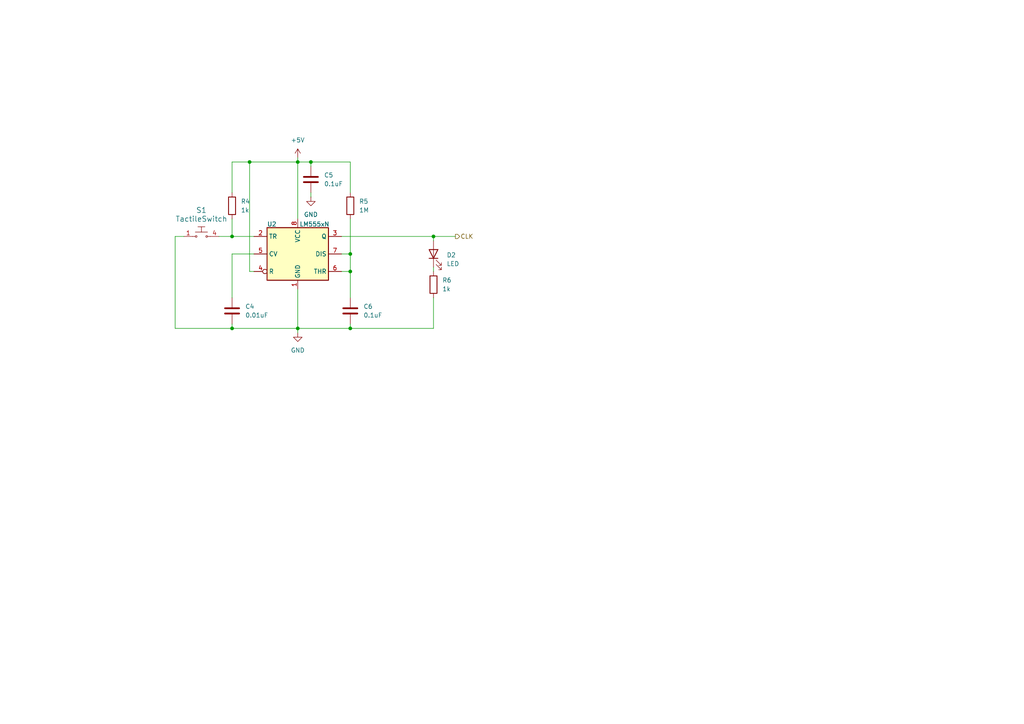
<source format=kicad_sch>
(kicad_sch
	(version 20231120)
	(generator "eeschema")
	(generator_version "8.0")
	(uuid "ba5818d6-82c4-4b7b-9f4c-6e0bf0d19d78")
	(paper "A4")
	(lib_symbols
		(symbol "8BitCPU:TactileSwitch"
			(pin_names
				(offset 1.016)
			)
			(exclude_from_sim no)
			(in_bom yes)
			(on_board yes)
			(property "Reference" "S1"
				(at 0 7.62 0)
				(effects
					(font
						(size 1.524 1.524)
					)
				)
			)
			(property "Value" "TactileSwitch"
				(at 0 5.08 0)
				(effects
					(font
						(size 1.524 1.524)
					)
				)
			)
			(property "Footprint" "_DownloadFootprints:tactile_switch"
				(at 5.08 5.08 0)
				(effects
					(font
						(size 1.524 1.524)
					)
					(justify left)
					(hide yes)
				)
			)
			(property "Datasheet" "https://omronfs.omron.com/en_US/ecb/products/pdf/en-b3u.pdf"
				(at 5.08 7.62 0)
				(effects
					(font
						(size 1.524 1.524)
					)
					(justify left)
					(hide yes)
				)
			)
			(property "Description" "SWITCH TACTILE SPST-NO 0.05A 12V"
				(at 0 0 0)
				(effects
					(font
						(size 1.27 1.27)
					)
					(hide yes)
				)
			)
			(property "Digi-Key_PN" "SW1020CT-ND"
				(at 5.08 10.16 0)
				(effects
					(font
						(size 1.524 1.524)
					)
					(justify left)
					(hide yes)
				)
			)
			(property "MPN" "B3U-1000P"
				(at 5.08 12.7 0)
				(effects
					(font
						(size 1.524 1.524)
					)
					(justify left)
					(hide yes)
				)
			)
			(property "Category" "Switches"
				(at 5.08 15.24 0)
				(effects
					(font
						(size 1.524 1.524)
					)
					(justify left)
					(hide yes)
				)
			)
			(property "Family" "Tactile Switches"
				(at 5.08 17.78 0)
				(effects
					(font
						(size 1.524 1.524)
					)
					(justify left)
					(hide yes)
				)
			)
			(property "DK_Datasheet_Link" "https://omronfs.omron.com/en_US/ecb/products/pdf/en-b3u.pdf"
				(at 5.08 20.32 0)
				(effects
					(font
						(size 1.524 1.524)
					)
					(justify left)
					(hide yes)
				)
			)
			(property "DK_Detail_Page" "/product-detail/en/omron-electronics-inc-emc-div/B3U-1000P/SW1020CT-ND/1534357"
				(at 5.08 22.86 0)
				(effects
					(font
						(size 1.524 1.524)
					)
					(justify left)
					(hide yes)
				)
			)
			(property "Description_1" "SWITCH TACTILE SPST-NO 0.05A 12V"
				(at 5.08 25.4 0)
				(effects
					(font
						(size 1.524 1.524)
					)
					(justify left)
					(hide yes)
				)
			)
			(property "Manufacturer" "Omron Electronics Inc-EMC Div"
				(at 5.08 27.94 0)
				(effects
					(font
						(size 1.524 1.524)
					)
					(justify left)
					(hide yes)
				)
			)
			(property "Status" "Active"
				(at 5.08 30.48 0)
				(effects
					(font
						(size 1.524 1.524)
					)
					(justify left)
					(hide yes)
				)
			)
			(property "ki_keywords" "SW1020CT-ND B3U"
				(at 0 0 0)
				(effects
					(font
						(size 1.27 1.27)
					)
					(hide yes)
				)
			)
			(symbol "TactileSwitch_0_1"
				(circle
					(center -1.524 0)
					(radius 0.254)
					(stroke
						(width 0)
						(type solid)
					)
					(fill
						(type none)
					)
				)
				(polyline
					(pts
						(xy -2.54 0) (xy -1.778 0)
					)
					(stroke
						(width 0)
						(type solid)
					)
					(fill
						(type none)
					)
				)
				(polyline
					(pts
						(xy -1.778 1.27) (xy 1.778 1.27)
					)
					(stroke
						(width 0)
						(type solid)
					)
					(fill
						(type none)
					)
				)
				(polyline
					(pts
						(xy -1.016 2.794) (xy 1.016 2.794)
					)
					(stroke
						(width 0)
						(type solid)
					)
					(fill
						(type none)
					)
				)
				(polyline
					(pts
						(xy 0 1.27) (xy 0 2.794)
					)
					(stroke
						(width 0)
						(type solid)
					)
					(fill
						(type none)
					)
				)
				(polyline
					(pts
						(xy 2.54 0) (xy 1.778 0)
					)
					(stroke
						(width 0)
						(type solid)
					)
					(fill
						(type none)
					)
				)
				(circle
					(center 1.524 0)
					(radius 0.254)
					(stroke
						(width 0)
						(type solid)
					)
					(fill
						(type none)
					)
				)
			)
			(symbol "TactileSwitch_1_1"
				(pin passive line
					(at -5.08 0 0)
					(length 2.54)
					(name "~"
						(effects
							(font
								(size 1.27 1.27)
							)
						)
					)
					(number "1"
						(effects
							(font
								(size 1.27 1.27)
							)
						)
					)
				)
				(pin passive line
					(at 5.08 0 180)
					(length 2.54)
					(name "~"
						(effects
							(font
								(size 1.27 1.27)
							)
						)
					)
					(number "4"
						(effects
							(font
								(size 1.27 1.27)
							)
						)
					)
				)
			)
		)
		(symbol "Device:C"
			(pin_numbers hide)
			(pin_names
				(offset 0.254)
			)
			(exclude_from_sim no)
			(in_bom yes)
			(on_board yes)
			(property "Reference" "C"
				(at 0.635 2.54 0)
				(effects
					(font
						(size 1.27 1.27)
					)
					(justify left)
				)
			)
			(property "Value" "C"
				(at 0.635 -2.54 0)
				(effects
					(font
						(size 1.27 1.27)
					)
					(justify left)
				)
			)
			(property "Footprint" ""
				(at 0.9652 -3.81 0)
				(effects
					(font
						(size 1.27 1.27)
					)
					(hide yes)
				)
			)
			(property "Datasheet" "~"
				(at 0 0 0)
				(effects
					(font
						(size 1.27 1.27)
					)
					(hide yes)
				)
			)
			(property "Description" "Unpolarized capacitor"
				(at 0 0 0)
				(effects
					(font
						(size 1.27 1.27)
					)
					(hide yes)
				)
			)
			(property "ki_keywords" "cap capacitor"
				(at 0 0 0)
				(effects
					(font
						(size 1.27 1.27)
					)
					(hide yes)
				)
			)
			(property "ki_fp_filters" "C_*"
				(at 0 0 0)
				(effects
					(font
						(size 1.27 1.27)
					)
					(hide yes)
				)
			)
			(symbol "C_0_1"
				(polyline
					(pts
						(xy -2.032 -0.762) (xy 2.032 -0.762)
					)
					(stroke
						(width 0.508)
						(type default)
					)
					(fill
						(type none)
					)
				)
				(polyline
					(pts
						(xy -2.032 0.762) (xy 2.032 0.762)
					)
					(stroke
						(width 0.508)
						(type default)
					)
					(fill
						(type none)
					)
				)
			)
			(symbol "C_1_1"
				(pin passive line
					(at 0 3.81 270)
					(length 2.794)
					(name "~"
						(effects
							(font
								(size 1.27 1.27)
							)
						)
					)
					(number "1"
						(effects
							(font
								(size 1.27 1.27)
							)
						)
					)
				)
				(pin passive line
					(at 0 -3.81 90)
					(length 2.794)
					(name "~"
						(effects
							(font
								(size 1.27 1.27)
							)
						)
					)
					(number "2"
						(effects
							(font
								(size 1.27 1.27)
							)
						)
					)
				)
			)
		)
		(symbol "Device:LED"
			(pin_numbers hide)
			(pin_names
				(offset 1.016) hide)
			(exclude_from_sim no)
			(in_bom yes)
			(on_board yes)
			(property "Reference" "D"
				(at 0 2.54 0)
				(effects
					(font
						(size 1.27 1.27)
					)
				)
			)
			(property "Value" "LED"
				(at 0 -2.54 0)
				(effects
					(font
						(size 1.27 1.27)
					)
				)
			)
			(property "Footprint" ""
				(at 0 0 0)
				(effects
					(font
						(size 1.27 1.27)
					)
					(hide yes)
				)
			)
			(property "Datasheet" "~"
				(at 0 0 0)
				(effects
					(font
						(size 1.27 1.27)
					)
					(hide yes)
				)
			)
			(property "Description" "Light emitting diode"
				(at 0 0 0)
				(effects
					(font
						(size 1.27 1.27)
					)
					(hide yes)
				)
			)
			(property "ki_keywords" "LED diode"
				(at 0 0 0)
				(effects
					(font
						(size 1.27 1.27)
					)
					(hide yes)
				)
			)
			(property "ki_fp_filters" "LED* LED_SMD:* LED_THT:*"
				(at 0 0 0)
				(effects
					(font
						(size 1.27 1.27)
					)
					(hide yes)
				)
			)
			(symbol "LED_0_1"
				(polyline
					(pts
						(xy -1.27 -1.27) (xy -1.27 1.27)
					)
					(stroke
						(width 0.254)
						(type default)
					)
					(fill
						(type none)
					)
				)
				(polyline
					(pts
						(xy -1.27 0) (xy 1.27 0)
					)
					(stroke
						(width 0)
						(type default)
					)
					(fill
						(type none)
					)
				)
				(polyline
					(pts
						(xy 1.27 -1.27) (xy 1.27 1.27) (xy -1.27 0) (xy 1.27 -1.27)
					)
					(stroke
						(width 0.254)
						(type default)
					)
					(fill
						(type none)
					)
				)
				(polyline
					(pts
						(xy -3.048 -0.762) (xy -4.572 -2.286) (xy -3.81 -2.286) (xy -4.572 -2.286) (xy -4.572 -1.524)
					)
					(stroke
						(width 0)
						(type default)
					)
					(fill
						(type none)
					)
				)
				(polyline
					(pts
						(xy -1.778 -0.762) (xy -3.302 -2.286) (xy -2.54 -2.286) (xy -3.302 -2.286) (xy -3.302 -1.524)
					)
					(stroke
						(width 0)
						(type default)
					)
					(fill
						(type none)
					)
				)
			)
			(symbol "LED_1_1"
				(pin passive line
					(at -3.81 0 0)
					(length 2.54)
					(name "K"
						(effects
							(font
								(size 1.27 1.27)
							)
						)
					)
					(number "1"
						(effects
							(font
								(size 1.27 1.27)
							)
						)
					)
				)
				(pin passive line
					(at 3.81 0 180)
					(length 2.54)
					(name "A"
						(effects
							(font
								(size 1.27 1.27)
							)
						)
					)
					(number "2"
						(effects
							(font
								(size 1.27 1.27)
							)
						)
					)
				)
			)
		)
		(symbol "Device:R"
			(pin_numbers hide)
			(pin_names
				(offset 0)
			)
			(exclude_from_sim no)
			(in_bom yes)
			(on_board yes)
			(property "Reference" "R"
				(at 2.032 0 90)
				(effects
					(font
						(size 1.27 1.27)
					)
				)
			)
			(property "Value" "R"
				(at 0 0 90)
				(effects
					(font
						(size 1.27 1.27)
					)
				)
			)
			(property "Footprint" ""
				(at -1.778 0 90)
				(effects
					(font
						(size 1.27 1.27)
					)
					(hide yes)
				)
			)
			(property "Datasheet" "~"
				(at 0 0 0)
				(effects
					(font
						(size 1.27 1.27)
					)
					(hide yes)
				)
			)
			(property "Description" "Resistor"
				(at 0 0 0)
				(effects
					(font
						(size 1.27 1.27)
					)
					(hide yes)
				)
			)
			(property "ki_keywords" "R res resistor"
				(at 0 0 0)
				(effects
					(font
						(size 1.27 1.27)
					)
					(hide yes)
				)
			)
			(property "ki_fp_filters" "R_*"
				(at 0 0 0)
				(effects
					(font
						(size 1.27 1.27)
					)
					(hide yes)
				)
			)
			(symbol "R_0_1"
				(rectangle
					(start -1.016 -2.54)
					(end 1.016 2.54)
					(stroke
						(width 0.254)
						(type default)
					)
					(fill
						(type none)
					)
				)
			)
			(symbol "R_1_1"
				(pin passive line
					(at 0 3.81 270)
					(length 1.27)
					(name "~"
						(effects
							(font
								(size 1.27 1.27)
							)
						)
					)
					(number "1"
						(effects
							(font
								(size 1.27 1.27)
							)
						)
					)
				)
				(pin passive line
					(at 0 -3.81 90)
					(length 1.27)
					(name "~"
						(effects
							(font
								(size 1.27 1.27)
							)
						)
					)
					(number "2"
						(effects
							(font
								(size 1.27 1.27)
							)
						)
					)
				)
			)
		)
		(symbol "Timer:LM555xN"
			(exclude_from_sim no)
			(in_bom yes)
			(on_board yes)
			(property "Reference" "U"
				(at -10.16 8.89 0)
				(effects
					(font
						(size 1.27 1.27)
					)
					(justify left)
				)
			)
			(property "Value" "LM555xN"
				(at 2.54 8.89 0)
				(effects
					(font
						(size 1.27 1.27)
					)
					(justify left)
				)
			)
			(property "Footprint" "Package_DIP:DIP-8_W7.62mm"
				(at 16.51 -10.16 0)
				(effects
					(font
						(size 1.27 1.27)
					)
					(hide yes)
				)
			)
			(property "Datasheet" "http://www.ti.com/lit/ds/symlink/lm555.pdf"
				(at 21.59 -10.16 0)
				(effects
					(font
						(size 1.27 1.27)
					)
					(hide yes)
				)
			)
			(property "Description" "Timer, 555 compatible, PDIP-8"
				(at 0 0 0)
				(effects
					(font
						(size 1.27 1.27)
					)
					(hide yes)
				)
			)
			(property "ki_keywords" "single timer 555"
				(at 0 0 0)
				(effects
					(font
						(size 1.27 1.27)
					)
					(hide yes)
				)
			)
			(property "ki_fp_filters" "DIP*W7.62mm*"
				(at 0 0 0)
				(effects
					(font
						(size 1.27 1.27)
					)
					(hide yes)
				)
			)
			(symbol "LM555xN_0_0"
				(pin power_in line
					(at 0 -10.16 90)
					(length 2.54)
					(name "GND"
						(effects
							(font
								(size 1.27 1.27)
							)
						)
					)
					(number "1"
						(effects
							(font
								(size 1.27 1.27)
							)
						)
					)
				)
				(pin power_in line
					(at 0 10.16 270)
					(length 2.54)
					(name "VCC"
						(effects
							(font
								(size 1.27 1.27)
							)
						)
					)
					(number "8"
						(effects
							(font
								(size 1.27 1.27)
							)
						)
					)
				)
			)
			(symbol "LM555xN_0_1"
				(rectangle
					(start -8.89 -7.62)
					(end 8.89 7.62)
					(stroke
						(width 0.254)
						(type default)
					)
					(fill
						(type background)
					)
				)
				(rectangle
					(start -8.89 -7.62)
					(end 8.89 7.62)
					(stroke
						(width 0.254)
						(type default)
					)
					(fill
						(type background)
					)
				)
			)
			(symbol "LM555xN_1_1"
				(pin input line
					(at -12.7 5.08 0)
					(length 3.81)
					(name "TR"
						(effects
							(font
								(size 1.27 1.27)
							)
						)
					)
					(number "2"
						(effects
							(font
								(size 1.27 1.27)
							)
						)
					)
				)
				(pin output line
					(at 12.7 5.08 180)
					(length 3.81)
					(name "Q"
						(effects
							(font
								(size 1.27 1.27)
							)
						)
					)
					(number "3"
						(effects
							(font
								(size 1.27 1.27)
							)
						)
					)
				)
				(pin input inverted
					(at -12.7 -5.08 0)
					(length 3.81)
					(name "R"
						(effects
							(font
								(size 1.27 1.27)
							)
						)
					)
					(number "4"
						(effects
							(font
								(size 1.27 1.27)
							)
						)
					)
				)
				(pin input line
					(at -12.7 0 0)
					(length 3.81)
					(name "CV"
						(effects
							(font
								(size 1.27 1.27)
							)
						)
					)
					(number "5"
						(effects
							(font
								(size 1.27 1.27)
							)
						)
					)
				)
				(pin input line
					(at 12.7 -5.08 180)
					(length 3.81)
					(name "THR"
						(effects
							(font
								(size 1.27 1.27)
							)
						)
					)
					(number "6"
						(effects
							(font
								(size 1.27 1.27)
							)
						)
					)
				)
				(pin input line
					(at 12.7 0 180)
					(length 3.81)
					(name "DIS"
						(effects
							(font
								(size 1.27 1.27)
							)
						)
					)
					(number "7"
						(effects
							(font
								(size 1.27 1.27)
							)
						)
					)
				)
			)
		)
		(symbol "power:+5V"
			(power)
			(pin_numbers hide)
			(pin_names
				(offset 0) hide)
			(exclude_from_sim no)
			(in_bom yes)
			(on_board yes)
			(property "Reference" "#PWR"
				(at 0 -3.81 0)
				(effects
					(font
						(size 1.27 1.27)
					)
					(hide yes)
				)
			)
			(property "Value" "+5V"
				(at 0 3.556 0)
				(effects
					(font
						(size 1.27 1.27)
					)
				)
			)
			(property "Footprint" ""
				(at 0 0 0)
				(effects
					(font
						(size 1.27 1.27)
					)
					(hide yes)
				)
			)
			(property "Datasheet" ""
				(at 0 0 0)
				(effects
					(font
						(size 1.27 1.27)
					)
					(hide yes)
				)
			)
			(property "Description" "Power symbol creates a global label with name \"+5V\""
				(at 0 0 0)
				(effects
					(font
						(size 1.27 1.27)
					)
					(hide yes)
				)
			)
			(property "ki_keywords" "global power"
				(at 0 0 0)
				(effects
					(font
						(size 1.27 1.27)
					)
					(hide yes)
				)
			)
			(symbol "+5V_0_1"
				(polyline
					(pts
						(xy -0.762 1.27) (xy 0 2.54)
					)
					(stroke
						(width 0)
						(type default)
					)
					(fill
						(type none)
					)
				)
				(polyline
					(pts
						(xy 0 0) (xy 0 2.54)
					)
					(stroke
						(width 0)
						(type default)
					)
					(fill
						(type none)
					)
				)
				(polyline
					(pts
						(xy 0 2.54) (xy 0.762 1.27)
					)
					(stroke
						(width 0)
						(type default)
					)
					(fill
						(type none)
					)
				)
			)
			(symbol "+5V_1_1"
				(pin power_in line
					(at 0 0 90)
					(length 0)
					(name "~"
						(effects
							(font
								(size 1.27 1.27)
							)
						)
					)
					(number "1"
						(effects
							(font
								(size 1.27 1.27)
							)
						)
					)
				)
			)
		)
		(symbol "power:GND"
			(power)
			(pin_numbers hide)
			(pin_names
				(offset 0) hide)
			(exclude_from_sim no)
			(in_bom yes)
			(on_board yes)
			(property "Reference" "#PWR"
				(at 0 -6.35 0)
				(effects
					(font
						(size 1.27 1.27)
					)
					(hide yes)
				)
			)
			(property "Value" "GND"
				(at 0 -3.81 0)
				(effects
					(font
						(size 1.27 1.27)
					)
				)
			)
			(property "Footprint" ""
				(at 0 0 0)
				(effects
					(font
						(size 1.27 1.27)
					)
					(hide yes)
				)
			)
			(property "Datasheet" ""
				(at 0 0 0)
				(effects
					(font
						(size 1.27 1.27)
					)
					(hide yes)
				)
			)
			(property "Description" "Power symbol creates a global label with name \"GND\" , ground"
				(at 0 0 0)
				(effects
					(font
						(size 1.27 1.27)
					)
					(hide yes)
				)
			)
			(property "ki_keywords" "global power"
				(at 0 0 0)
				(effects
					(font
						(size 1.27 1.27)
					)
					(hide yes)
				)
			)
			(symbol "GND_0_1"
				(polyline
					(pts
						(xy 0 0) (xy 0 -1.27) (xy 1.27 -1.27) (xy 0 -2.54) (xy -1.27 -1.27) (xy 0 -1.27)
					)
					(stroke
						(width 0)
						(type default)
					)
					(fill
						(type none)
					)
				)
			)
			(symbol "GND_1_1"
				(pin power_in line
					(at 0 0 270)
					(length 0)
					(name "~"
						(effects
							(font
								(size 1.27 1.27)
							)
						)
					)
					(number "1"
						(effects
							(font
								(size 1.27 1.27)
							)
						)
					)
				)
			)
		)
	)
	(junction
		(at 67.31 68.58)
		(diameter 0)
		(color 0 0 0 0)
		(uuid "2ea4c83f-4201-4db7-82ab-aa36f8387c42")
	)
	(junction
		(at 101.6 95.25)
		(diameter 0)
		(color 0 0 0 0)
		(uuid "34c24694-1c75-489e-9430-8895fa0d22c2")
	)
	(junction
		(at 101.6 73.66)
		(diameter 0)
		(color 0 0 0 0)
		(uuid "39c4c8fa-c94e-44a0-8d31-2007b1fc9de1")
	)
	(junction
		(at 86.36 95.25)
		(diameter 0)
		(color 0 0 0 0)
		(uuid "39cea8bc-4275-4af1-aeeb-c0af5737bce6")
	)
	(junction
		(at 125.73 68.58)
		(diameter 0)
		(color 0 0 0 0)
		(uuid "42d56808-ee03-4a0b-ba48-249f23aa6ce8")
	)
	(junction
		(at 72.39 46.99)
		(diameter 0)
		(color 0 0 0 0)
		(uuid "4e677b8d-6d69-4a0e-9719-2667ba50008d")
	)
	(junction
		(at 101.6 78.74)
		(diameter 0)
		(color 0 0 0 0)
		(uuid "5a29c63d-2822-4e56-82fb-c76518455e2d")
	)
	(junction
		(at 90.17 46.99)
		(diameter 0)
		(color 0 0 0 0)
		(uuid "8fe191b9-db37-4e09-8a08-32dcd9811b69")
	)
	(junction
		(at 86.36 46.99)
		(diameter 0)
		(color 0 0 0 0)
		(uuid "e62c2373-ed64-48c1-9773-979a8e5f5a1f")
	)
	(junction
		(at 67.31 95.25)
		(diameter 0)
		(color 0 0 0 0)
		(uuid "f2047c65-6d80-48b0-9ef2-a367a8df9ff9")
	)
	(wire
		(pts
			(xy 67.31 95.25) (xy 86.36 95.25)
		)
		(stroke
			(width 0)
			(type default)
		)
		(uuid "060582c8-eb59-4bfa-ba67-d1afe25fd061")
	)
	(wire
		(pts
			(xy 50.8 68.58) (xy 50.8 95.25)
		)
		(stroke
			(width 0)
			(type default)
		)
		(uuid "0a42d68f-c040-47a8-aac5-b471653554bd")
	)
	(wire
		(pts
			(xy 63.5 68.58) (xy 67.31 68.58)
		)
		(stroke
			(width 0)
			(type default)
		)
		(uuid "131bb599-5750-4df8-98f8-eee1d9da40e3")
	)
	(wire
		(pts
			(xy 67.31 73.66) (xy 73.66 73.66)
		)
		(stroke
			(width 0)
			(type default)
		)
		(uuid "178b13ec-8233-433f-9450-a23c0ba5cd7a")
	)
	(wire
		(pts
			(xy 99.06 78.74) (xy 101.6 78.74)
		)
		(stroke
			(width 0)
			(type default)
		)
		(uuid "1cc4dea9-d845-4967-8322-aa709632be94")
	)
	(wire
		(pts
			(xy 86.36 46.99) (xy 86.36 63.5)
		)
		(stroke
			(width 0)
			(type default)
		)
		(uuid "1d857d7f-f26e-4558-8375-92c731012483")
	)
	(wire
		(pts
			(xy 73.66 78.74) (xy 72.39 78.74)
		)
		(stroke
			(width 0)
			(type default)
		)
		(uuid "275175d8-ae29-4eb9-b3e6-c7b599b66183")
	)
	(wire
		(pts
			(xy 50.8 95.25) (xy 67.31 95.25)
		)
		(stroke
			(width 0)
			(type default)
		)
		(uuid "2aec663a-023e-45c1-b8c2-1cebe4a2aac7")
	)
	(wire
		(pts
			(xy 67.31 55.88) (xy 67.31 46.99)
		)
		(stroke
			(width 0)
			(type default)
		)
		(uuid "2f4bce02-b60c-4bf1-9271-23a9c9d58b23")
	)
	(wire
		(pts
			(xy 125.73 77.47) (xy 125.73 78.74)
		)
		(stroke
			(width 0)
			(type default)
		)
		(uuid "3e443217-402f-4e22-be66-fa2fbbb81b3c")
	)
	(wire
		(pts
			(xy 101.6 46.99) (xy 90.17 46.99)
		)
		(stroke
			(width 0)
			(type default)
		)
		(uuid "431b7fd8-e05d-4d35-a3c3-98641d887d84")
	)
	(wire
		(pts
			(xy 99.06 68.58) (xy 125.73 68.58)
		)
		(stroke
			(width 0)
			(type default)
		)
		(uuid "43dc5193-ffb0-47f5-b582-47a035de27e3")
	)
	(wire
		(pts
			(xy 72.39 46.99) (xy 72.39 78.74)
		)
		(stroke
			(width 0)
			(type default)
		)
		(uuid "45bdf83f-0d79-40e4-908a-19ff0467ac12")
	)
	(wire
		(pts
			(xy 99.06 73.66) (xy 101.6 73.66)
		)
		(stroke
			(width 0)
			(type default)
		)
		(uuid "4614caf8-46f8-4e17-a40d-a881ac69f50c")
	)
	(wire
		(pts
			(xy 101.6 95.25) (xy 86.36 95.25)
		)
		(stroke
			(width 0)
			(type default)
		)
		(uuid "4bd12931-ea35-4c55-9f8d-49b4b4ee5d5c")
	)
	(wire
		(pts
			(xy 86.36 95.25) (xy 86.36 96.52)
		)
		(stroke
			(width 0)
			(type default)
		)
		(uuid "4c37af90-8601-438f-8bcf-0fdb4fc4c6ba")
	)
	(wire
		(pts
			(xy 67.31 86.36) (xy 67.31 73.66)
		)
		(stroke
			(width 0)
			(type default)
		)
		(uuid "548a5bab-2650-47b8-b4ec-4850b8cb0b06")
	)
	(wire
		(pts
			(xy 86.36 83.82) (xy 86.36 95.25)
		)
		(stroke
			(width 0)
			(type default)
		)
		(uuid "5ca1fbfb-9bfa-4f93-b766-76d160970c56")
	)
	(wire
		(pts
			(xy 125.73 68.58) (xy 125.73 69.85)
		)
		(stroke
			(width 0)
			(type default)
		)
		(uuid "6208d8fc-22e5-4a2f-bfff-d83fe8488ac0")
	)
	(wire
		(pts
			(xy 101.6 93.98) (xy 101.6 95.25)
		)
		(stroke
			(width 0)
			(type default)
		)
		(uuid "6389a224-c684-487e-a5b4-62c2724b4365")
	)
	(wire
		(pts
			(xy 101.6 55.88) (xy 101.6 46.99)
		)
		(stroke
			(width 0)
			(type default)
		)
		(uuid "688e5307-10ad-4acc-816b-2f126269d636")
	)
	(wire
		(pts
			(xy 90.17 55.88) (xy 90.17 57.15)
		)
		(stroke
			(width 0)
			(type default)
		)
		(uuid "74afb507-460e-4929-9e11-7422e8ce670d")
	)
	(wire
		(pts
			(xy 90.17 48.26) (xy 90.17 46.99)
		)
		(stroke
			(width 0)
			(type default)
		)
		(uuid "816c3054-97c8-428b-8152-49b93ef8c353")
	)
	(wire
		(pts
			(xy 53.34 68.58) (xy 50.8 68.58)
		)
		(stroke
			(width 0)
			(type default)
		)
		(uuid "83c6c80c-4d45-4367-abbb-c3bb8e9f7176")
	)
	(wire
		(pts
			(xy 101.6 73.66) (xy 101.6 78.74)
		)
		(stroke
			(width 0)
			(type default)
		)
		(uuid "937beccc-bc6b-4ee3-bdb1-d247344cefd6")
	)
	(wire
		(pts
			(xy 101.6 78.74) (xy 101.6 86.36)
		)
		(stroke
			(width 0)
			(type default)
		)
		(uuid "98448f6d-099c-48e4-b1d3-fae176298c85")
	)
	(wire
		(pts
			(xy 67.31 68.58) (xy 73.66 68.58)
		)
		(stroke
			(width 0)
			(type default)
		)
		(uuid "9d901a8b-c2f5-4373-a5a5-4c27cc5eca04")
	)
	(wire
		(pts
			(xy 67.31 93.98) (xy 67.31 95.25)
		)
		(stroke
			(width 0)
			(type default)
		)
		(uuid "a9651b9a-273a-4132-bdb6-45a7d68807a4")
	)
	(wire
		(pts
			(xy 101.6 63.5) (xy 101.6 73.66)
		)
		(stroke
			(width 0)
			(type default)
		)
		(uuid "a9e53fd9-328b-4593-aba2-9dfe633f8120")
	)
	(wire
		(pts
			(xy 90.17 46.99) (xy 86.36 46.99)
		)
		(stroke
			(width 0)
			(type default)
		)
		(uuid "bfda7193-3854-458f-98bf-18f7f5d1f190")
	)
	(wire
		(pts
			(xy 125.73 86.36) (xy 125.73 95.25)
		)
		(stroke
			(width 0)
			(type default)
		)
		(uuid "c14a35b3-9537-43be-a72b-aff4c6ddd6f7")
	)
	(wire
		(pts
			(xy 72.39 46.99) (xy 86.36 46.99)
		)
		(stroke
			(width 0)
			(type default)
		)
		(uuid "c86da26b-3591-42ca-831d-ac0d49e60754")
	)
	(wire
		(pts
			(xy 86.36 45.72) (xy 86.36 46.99)
		)
		(stroke
			(width 0)
			(type default)
		)
		(uuid "d37787e4-e005-46f1-9d5e-33b3e11f9e90")
	)
	(wire
		(pts
			(xy 125.73 68.58) (xy 132.08 68.58)
		)
		(stroke
			(width 0)
			(type default)
		)
		(uuid "d3b8e2c9-0b45-477e-9c57-a95e0f7ea4ab")
	)
	(wire
		(pts
			(xy 125.73 95.25) (xy 101.6 95.25)
		)
		(stroke
			(width 0)
			(type default)
		)
		(uuid "ddcfbe5e-387c-400d-87c0-befb48cac75c")
	)
	(wire
		(pts
			(xy 67.31 46.99) (xy 72.39 46.99)
		)
		(stroke
			(width 0)
			(type default)
		)
		(uuid "e0b67511-6d37-4e7a-a85e-20da8c3b15ce")
	)
	(wire
		(pts
			(xy 67.31 63.5) (xy 67.31 68.58)
		)
		(stroke
			(width 0)
			(type default)
		)
		(uuid "ef5ecf64-34d2-41a8-ae30-652fe3531827")
	)
	(hierarchical_label "CLK"
		(shape output)
		(at 132.08 68.58 0)
		(fields_autoplaced yes)
		(effects
			(font
				(size 1.27 1.27)
			)
			(justify left)
		)
		(uuid "22dcca55-8694-45a1-a74a-898f6bdee2cb")
	)
	(symbol
		(lib_id "Device:R")
		(at 101.6 59.69 0)
		(unit 1)
		(exclude_from_sim no)
		(in_bom yes)
		(on_board yes)
		(dnp no)
		(fields_autoplaced yes)
		(uuid "13e1011b-49fa-41f3-8026-566c7843fd2b")
		(property "Reference" "R5"
			(at 104.14 58.4199 0)
			(effects
				(font
					(size 1.27 1.27)
				)
				(justify left)
			)
		)
		(property "Value" "1M"
			(at 104.14 60.9599 0)
			(effects
				(font
					(size 1.27 1.27)
				)
				(justify left)
			)
		)
		(property "Footprint" "_DownloadFootprints:CF_series_Resistors_THT"
			(at 99.822 59.69 90)
			(effects
				(font
					(size 1.27 1.27)
				)
				(hide yes)
			)
		)
		(property "Datasheet" "~"
			(at 101.6 59.69 0)
			(effects
				(font
					(size 1.27 1.27)
				)
				(hide yes)
			)
		)
		(property "Description" "Resistor"
			(at 101.6 59.69 0)
			(effects
				(font
					(size 1.27 1.27)
				)
				(hide yes)
			)
		)
		(pin "1"
			(uuid "a2f2fe1e-91eb-4857-b1dd-1dbf9f29d25c")
		)
		(pin "2"
			(uuid "f5e86c57-6ab4-4504-b9e6-ee1c14a2663d")
		)
		(instances
			(project "ClockModule"
				(path "/54ad16a3-0854-4bc5-acd6-428be9af167c/20dcf28d-94f1-42d2-8e08-439fee0bdb5c"
					(reference "R5")
					(unit 1)
				)
			)
		)
	)
	(symbol
		(lib_id "8BitCPU:TactileSwitch")
		(at 58.42 68.58 0)
		(unit 1)
		(exclude_from_sim no)
		(in_bom yes)
		(on_board yes)
		(dnp no)
		(fields_autoplaced yes)
		(uuid "1eb68638-c019-4090-adef-cfc1ad469b68")
		(property "Reference" "S1"
			(at 58.42 60.96 0)
			(effects
				(font
					(size 1.524 1.524)
				)
			)
		)
		(property "Value" "TactileSwitch"
			(at 58.42 63.5 0)
			(effects
				(font
					(size 1.524 1.524)
				)
			)
		)
		(property "Footprint" "_DownloadFootprints:tactile_switch"
			(at 63.5 63.5 0)
			(effects
				(font
					(size 1.524 1.524)
				)
				(justify left)
				(hide yes)
			)
		)
		(property "Datasheet" "https://omronfs.omron.com/en_US/ecb/products/pdf/en-b3u.pdf"
			(at 63.5 60.96 0)
			(effects
				(font
					(size 1.524 1.524)
				)
				(justify left)
				(hide yes)
			)
		)
		(property "Description" "SWITCH TACTILE SPST-NO 0.05A 12V"
			(at 58.42 68.58 0)
			(effects
				(font
					(size 1.27 1.27)
				)
				(hide yes)
			)
		)
		(property "Digi-Key_PN" "SW1020CT-ND"
			(at 63.5 58.42 0)
			(effects
				(font
					(size 1.524 1.524)
				)
				(justify left)
				(hide yes)
			)
		)
		(property "MPN" "B3U-1000P"
			(at 63.5 55.88 0)
			(effects
				(font
					(size 1.524 1.524)
				)
				(justify left)
				(hide yes)
			)
		)
		(property "Category" "Switches"
			(at 63.5 53.34 0)
			(effects
				(font
					(size 1.524 1.524)
				)
				(justify left)
				(hide yes)
			)
		)
		(property "Family" "Tactile Switches"
			(at 63.5 50.8 0)
			(effects
				(font
					(size 1.524 1.524)
				)
				(justify left)
				(hide yes)
			)
		)
		(property "DK_Datasheet_Link" "https://omronfs.omron.com/en_US/ecb/products/pdf/en-b3u.pdf"
			(at 63.5 48.26 0)
			(effects
				(font
					(size 1.524 1.524)
				)
				(justify left)
				(hide yes)
			)
		)
		(property "DK_Detail_Page" "/product-detail/en/omron-electronics-inc-emc-div/B3U-1000P/SW1020CT-ND/1534357"
			(at 63.5 45.72 0)
			(effects
				(font
					(size 1.524 1.524)
				)
				(justify left)
				(hide yes)
			)
		)
		(property "Description_1" "SWITCH TACTILE SPST-NO 0.05A 12V"
			(at 63.5 43.18 0)
			(effects
				(font
					(size 1.524 1.524)
				)
				(justify left)
				(hide yes)
			)
		)
		(property "Manufacturer" "Omron Electronics Inc-EMC Div"
			(at 63.5 40.64 0)
			(effects
				(font
					(size 1.524 1.524)
				)
				(justify left)
				(hide yes)
			)
		)
		(property "Status" "Active"
			(at 63.5 38.1 0)
			(effects
				(font
					(size 1.524 1.524)
				)
				(justify left)
				(hide yes)
			)
		)
		(pin "4"
			(uuid "54509a92-f9a4-45c1-b0dd-77ec95ed4e1c")
		)
		(pin "1"
			(uuid "cfb9ef8f-fc71-4781-9e22-80357c72b083")
		)
		(instances
			(project ""
				(path "/54ad16a3-0854-4bc5-acd6-428be9af167c/20dcf28d-94f1-42d2-8e08-439fee0bdb5c"
					(reference "S1")
					(unit 1)
				)
			)
		)
	)
	(symbol
		(lib_id "power:GND")
		(at 90.17 57.15 0)
		(unit 1)
		(exclude_from_sim no)
		(in_bom yes)
		(on_board yes)
		(dnp no)
		(fields_autoplaced yes)
		(uuid "23049eb4-e306-4fc7-93ff-59204804ab6f")
		(property "Reference" "#PWR08"
			(at 90.17 63.5 0)
			(effects
				(font
					(size 1.27 1.27)
				)
				(hide yes)
			)
		)
		(property "Value" "GND"
			(at 90.17 62.23 0)
			(effects
				(font
					(size 1.27 1.27)
				)
			)
		)
		(property "Footprint" ""
			(at 90.17 57.15 0)
			(effects
				(font
					(size 1.27 1.27)
				)
				(hide yes)
			)
		)
		(property "Datasheet" ""
			(at 90.17 57.15 0)
			(effects
				(font
					(size 1.27 1.27)
				)
				(hide yes)
			)
		)
		(property "Description" "Power symbol creates a global label with name \"GND\" , ground"
			(at 90.17 57.15 0)
			(effects
				(font
					(size 1.27 1.27)
				)
				(hide yes)
			)
		)
		(pin "1"
			(uuid "153dbe70-4eaa-4daa-8389-902484483cd6")
		)
		(instances
			(project "ClockModule"
				(path "/54ad16a3-0854-4bc5-acd6-428be9af167c/20dcf28d-94f1-42d2-8e08-439fee0bdb5c"
					(reference "#PWR08")
					(unit 1)
				)
			)
		)
	)
	(symbol
		(lib_id "Timer:LM555xN")
		(at 86.36 73.66 0)
		(unit 1)
		(exclude_from_sim no)
		(in_bom yes)
		(on_board yes)
		(dnp no)
		(uuid "3972813c-643e-45b4-a419-66cfbf7f9869")
		(property "Reference" "U2"
			(at 77.47 65.024 0)
			(effects
				(font
					(size 1.27 1.27)
				)
				(justify left)
			)
		)
		(property "Value" "LM555xN"
			(at 86.868 65.024 0)
			(effects
				(font
					(size 1.27 1.27)
				)
				(justify left)
			)
		)
		(property "Footprint" "Package_DIP:DIP-8_W7.62mm"
			(at 102.87 83.82 0)
			(effects
				(font
					(size 1.27 1.27)
				)
				(hide yes)
			)
		)
		(property "Datasheet" "http://www.ti.com/lit/ds/symlink/lm555.pdf"
			(at 107.95 83.82 0)
			(effects
				(font
					(size 1.27 1.27)
				)
				(hide yes)
			)
		)
		(property "Description" "Timer, 555 compatible, PDIP-8"
			(at 86.36 73.66 0)
			(effects
				(font
					(size 1.27 1.27)
				)
				(hide yes)
			)
		)
		(pin "3"
			(uuid "73816b1f-0eb8-4572-814b-e426315dde62")
		)
		(pin "7"
			(uuid "76d58d83-cf28-437d-946a-a98f4986290e")
		)
		(pin "6"
			(uuid "28a8f552-3f44-4079-9c5e-57e80a0538b9")
		)
		(pin "5"
			(uuid "891ae24e-69b7-4633-9b8c-d3d39eb7407c")
		)
		(pin "8"
			(uuid "fab92406-2ae8-43cb-aeb6-403ca93615ed")
		)
		(pin "1"
			(uuid "ee020ccf-6d5a-4ec0-9fb7-d3f91cccb74f")
		)
		(pin "2"
			(uuid "b85c13aa-6d57-4ba2-8b6e-318f55306846")
		)
		(pin "4"
			(uuid "8e1e2fc2-655b-4dad-b5c8-ac493e84c5a9")
		)
		(instances
			(project "ClockModule"
				(path "/54ad16a3-0854-4bc5-acd6-428be9af167c/20dcf28d-94f1-42d2-8e08-439fee0bdb5c"
					(reference "U2")
					(unit 1)
				)
			)
		)
	)
	(symbol
		(lib_id "Device:R")
		(at 67.31 59.69 180)
		(unit 1)
		(exclude_from_sim no)
		(in_bom yes)
		(on_board yes)
		(dnp no)
		(fields_autoplaced yes)
		(uuid "400f6728-a271-4a77-8c8d-eaf5bf0739ed")
		(property "Reference" "R4"
			(at 69.85 58.4199 0)
			(effects
				(font
					(size 1.27 1.27)
				)
				(justify right)
			)
		)
		(property "Value" "1k"
			(at 69.85 60.9599 0)
			(effects
				(font
					(size 1.27 1.27)
				)
				(justify right)
			)
		)
		(property "Footprint" "_DownloadFootprints:CF_series_Resistors_THT"
			(at 69.088 59.69 90)
			(effects
				(font
					(size 1.27 1.27)
				)
				(hide yes)
			)
		)
		(property "Datasheet" "~"
			(at 67.31 59.69 0)
			(effects
				(font
					(size 1.27 1.27)
				)
				(hide yes)
			)
		)
		(property "Description" "Resistor"
			(at 67.31 59.69 0)
			(effects
				(font
					(size 1.27 1.27)
				)
				(hide yes)
			)
		)
		(pin "1"
			(uuid "4efaf428-a724-4003-97ad-ccda5523a0f5")
		)
		(pin "2"
			(uuid "f2ce5fa1-5e0a-402a-b3c5-3093fd5dc63c")
		)
		(instances
			(project "ClockModule"
				(path "/54ad16a3-0854-4bc5-acd6-428be9af167c/20dcf28d-94f1-42d2-8e08-439fee0bdb5c"
					(reference "R4")
					(unit 1)
				)
			)
		)
	)
	(symbol
		(lib_id "Device:C")
		(at 101.6 90.17 0)
		(unit 1)
		(exclude_from_sim no)
		(in_bom yes)
		(on_board yes)
		(dnp no)
		(fields_autoplaced yes)
		(uuid "44316821-41e3-4dd2-83ca-bacc1b3b97ab")
		(property "Reference" "C6"
			(at 105.41 88.8999 0)
			(effects
				(font
					(size 1.27 1.27)
				)
				(justify left)
			)
		)
		(property "Value" "0.1uF"
			(at 105.41 91.4399 0)
			(effects
				(font
					(size 1.27 1.27)
				)
				(justify left)
			)
		)
		(property "Footprint" "Capacitor_THT:C_Disc_D5.0mm_W2.5mm_P2.50mm"
			(at 102.5652 93.98 0)
			(effects
				(font
					(size 1.27 1.27)
				)
				(hide yes)
			)
		)
		(property "Datasheet" "~"
			(at 101.6 90.17 0)
			(effects
				(font
					(size 1.27 1.27)
				)
				(hide yes)
			)
		)
		(property "Description" "Unpolarized capacitor"
			(at 101.6 90.17 0)
			(effects
				(font
					(size 1.27 1.27)
				)
				(hide yes)
			)
		)
		(pin "2"
			(uuid "3b6c99bf-2ff7-42a4-8d5d-b6c87b0c807e")
		)
		(pin "1"
			(uuid "9003c158-0772-4400-9c1b-d62e088b2db0")
		)
		(instances
			(project "ClockModule"
				(path "/54ad16a3-0854-4bc5-acd6-428be9af167c/20dcf28d-94f1-42d2-8e08-439fee0bdb5c"
					(reference "C6")
					(unit 1)
				)
			)
		)
	)
	(symbol
		(lib_id "Device:LED")
		(at 125.73 73.66 90)
		(unit 1)
		(exclude_from_sim no)
		(in_bom yes)
		(on_board yes)
		(dnp no)
		(fields_autoplaced yes)
		(uuid "46d4593c-2a96-45d6-a00c-756b839fa370")
		(property "Reference" "D2"
			(at 129.54 73.9774 90)
			(effects
				(font
					(size 1.27 1.27)
				)
				(justify right)
			)
		)
		(property "Value" "LED"
			(at 129.54 76.5174 90)
			(effects
				(font
					(size 1.27 1.27)
				)
				(justify right)
			)
		)
		(property "Footprint" "LED_THT:LED_D5.0mm"
			(at 125.73 73.66 0)
			(effects
				(font
					(size 1.27 1.27)
				)
				(hide yes)
			)
		)
		(property "Datasheet" "~"
			(at 125.73 73.66 0)
			(effects
				(font
					(size 1.27 1.27)
				)
				(hide yes)
			)
		)
		(property "Description" "Light emitting diode"
			(at 125.73 73.66 0)
			(effects
				(font
					(size 1.27 1.27)
				)
				(hide yes)
			)
		)
		(pin "1"
			(uuid "d264f47b-7f7c-4c2d-8bed-1ad89d730ee1")
		)
		(pin "2"
			(uuid "18474e8b-39f5-4d4d-983d-88b129b6b8c6")
		)
		(instances
			(project "ClockModule"
				(path "/54ad16a3-0854-4bc5-acd6-428be9af167c/20dcf28d-94f1-42d2-8e08-439fee0bdb5c"
					(reference "D2")
					(unit 1)
				)
			)
		)
	)
	(symbol
		(lib_id "power:+5V")
		(at 86.36 45.72 0)
		(unit 1)
		(exclude_from_sim no)
		(in_bom yes)
		(on_board yes)
		(dnp no)
		(fields_autoplaced yes)
		(uuid "a427a2bc-4389-469f-8181-ebe7ce59020f")
		(property "Reference" "#PWR06"
			(at 86.36 49.53 0)
			(effects
				(font
					(size 1.27 1.27)
				)
				(hide yes)
			)
		)
		(property "Value" "+5V"
			(at 86.36 40.64 0)
			(effects
				(font
					(size 1.27 1.27)
				)
			)
		)
		(property "Footprint" ""
			(at 86.36 45.72 0)
			(effects
				(font
					(size 1.27 1.27)
				)
				(hide yes)
			)
		)
		(property "Datasheet" ""
			(at 86.36 45.72 0)
			(effects
				(font
					(size 1.27 1.27)
				)
				(hide yes)
			)
		)
		(property "Description" "Power symbol creates a global label with name \"+5V\""
			(at 86.36 45.72 0)
			(effects
				(font
					(size 1.27 1.27)
				)
				(hide yes)
			)
		)
		(pin "1"
			(uuid "eaf55a40-9f9b-4326-a3c2-e870f067145f")
		)
		(instances
			(project "ClockModule"
				(path "/54ad16a3-0854-4bc5-acd6-428be9af167c/20dcf28d-94f1-42d2-8e08-439fee0bdb5c"
					(reference "#PWR06")
					(unit 1)
				)
			)
		)
	)
	(symbol
		(lib_id "Device:C")
		(at 90.17 52.07 0)
		(unit 1)
		(exclude_from_sim no)
		(in_bom yes)
		(on_board yes)
		(dnp no)
		(fields_autoplaced yes)
		(uuid "bdfc3547-3aff-4d19-995d-0d870c885d12")
		(property "Reference" "C5"
			(at 93.98 50.7999 0)
			(effects
				(font
					(size 1.27 1.27)
				)
				(justify left)
			)
		)
		(property "Value" "0.1uF"
			(at 93.98 53.3399 0)
			(effects
				(font
					(size 1.27 1.27)
				)
				(justify left)
			)
		)
		(property "Footprint" "Capacitor_THT:C_Disc_D5.0mm_W2.5mm_P2.50mm"
			(at 91.1352 55.88 0)
			(effects
				(font
					(size 1.27 1.27)
				)
				(hide yes)
			)
		)
		(property "Datasheet" "~"
			(at 90.17 52.07 0)
			(effects
				(font
					(size 1.27 1.27)
				)
				(hide yes)
			)
		)
		(property "Description" "Unpolarized capacitor"
			(at 90.17 52.07 0)
			(effects
				(font
					(size 1.27 1.27)
				)
				(hide yes)
			)
		)
		(pin "2"
			(uuid "6e3d5120-1902-4085-9de2-096fdf9f9b6d")
		)
		(pin "1"
			(uuid "c4afe1c5-656c-400f-8042-f8ec5adbc168")
		)
		(instances
			(project "ClockModule"
				(path "/54ad16a3-0854-4bc5-acd6-428be9af167c/20dcf28d-94f1-42d2-8e08-439fee0bdb5c"
					(reference "C5")
					(unit 1)
				)
			)
		)
	)
	(symbol
		(lib_id "power:GND")
		(at 86.36 96.52 0)
		(unit 1)
		(exclude_from_sim no)
		(in_bom yes)
		(on_board yes)
		(dnp no)
		(fields_autoplaced yes)
		(uuid "c3bcb873-5349-4bb8-b0c4-73d787c1c485")
		(property "Reference" "#PWR07"
			(at 86.36 102.87 0)
			(effects
				(font
					(size 1.27 1.27)
				)
				(hide yes)
			)
		)
		(property "Value" "GND"
			(at 86.36 101.6 0)
			(effects
				(font
					(size 1.27 1.27)
				)
			)
		)
		(property "Footprint" ""
			(at 86.36 96.52 0)
			(effects
				(font
					(size 1.27 1.27)
				)
				(hide yes)
			)
		)
		(property "Datasheet" ""
			(at 86.36 96.52 0)
			(effects
				(font
					(size 1.27 1.27)
				)
				(hide yes)
			)
		)
		(property "Description" "Power symbol creates a global label with name \"GND\" , ground"
			(at 86.36 96.52 0)
			(effects
				(font
					(size 1.27 1.27)
				)
				(hide yes)
			)
		)
		(pin "1"
			(uuid "c33125f5-0827-44a9-94ac-868fbee271f2")
		)
		(instances
			(project "ClockModule"
				(path "/54ad16a3-0854-4bc5-acd6-428be9af167c/20dcf28d-94f1-42d2-8e08-439fee0bdb5c"
					(reference "#PWR07")
					(unit 1)
				)
			)
		)
	)
	(symbol
		(lib_id "Device:R")
		(at 125.73 82.55 0)
		(unit 1)
		(exclude_from_sim no)
		(in_bom yes)
		(on_board yes)
		(dnp no)
		(fields_autoplaced yes)
		(uuid "e1610913-ec26-46b6-ac12-1f7312445786")
		(property "Reference" "R6"
			(at 128.27 81.2799 0)
			(effects
				(font
					(size 1.27 1.27)
				)
				(justify left)
			)
		)
		(property "Value" "1k"
			(at 128.27 83.8199 0)
			(effects
				(font
					(size 1.27 1.27)
				)
				(justify left)
			)
		)
		(property "Footprint" "_DownloadFootprints:CF_series_Resistors_THT"
			(at 123.952 82.55 90)
			(effects
				(font
					(size 1.27 1.27)
				)
				(hide yes)
			)
		)
		(property "Datasheet" "~"
			(at 125.73 82.55 0)
			(effects
				(font
					(size 1.27 1.27)
				)
				(hide yes)
			)
		)
		(property "Description" "Resistor"
			(at 125.73 82.55 0)
			(effects
				(font
					(size 1.27 1.27)
				)
				(hide yes)
			)
		)
		(pin "1"
			(uuid "6e10f642-ad7f-44a6-b09e-c444b0c53c52")
		)
		(pin "2"
			(uuid "8192b5b2-a1cc-4850-adc7-d52348b25ef2")
		)
		(instances
			(project "ClockModule"
				(path "/54ad16a3-0854-4bc5-acd6-428be9af167c/20dcf28d-94f1-42d2-8e08-439fee0bdb5c"
					(reference "R6")
					(unit 1)
				)
			)
		)
	)
	(symbol
		(lib_id "Device:C")
		(at 67.31 90.17 0)
		(unit 1)
		(exclude_from_sim no)
		(in_bom yes)
		(on_board yes)
		(dnp no)
		(fields_autoplaced yes)
		(uuid "f362ac82-c863-4d98-96d4-142e0df9b09e")
		(property "Reference" "C4"
			(at 71.12 88.8999 0)
			(effects
				(font
					(size 1.27 1.27)
				)
				(justify left)
			)
		)
		(property "Value" "0.01uF"
			(at 71.12 91.4399 0)
			(effects
				(font
					(size 1.27 1.27)
				)
				(justify left)
			)
		)
		(property "Footprint" "Capacitor_THT:C_Disc_D5.0mm_W2.5mm_P2.50mm"
			(at 68.2752 93.98 0)
			(effects
				(font
					(size 1.27 1.27)
				)
				(hide yes)
			)
		)
		(property "Datasheet" "~"
			(at 67.31 90.17 0)
			(effects
				(font
					(size 1.27 1.27)
				)
				(hide yes)
			)
		)
		(property "Description" "Unpolarized capacitor"
			(at 67.31 90.17 0)
			(effects
				(font
					(size 1.27 1.27)
				)
				(hide yes)
			)
		)
		(pin "2"
			(uuid "be331731-2fd7-4bef-9f43-8521cb030236")
		)
		(pin "1"
			(uuid "75fe2b02-3ace-4c70-a3aa-9445ac5d1f88")
		)
		(instances
			(project "ClockModule"
				(path "/54ad16a3-0854-4bc5-acd6-428be9af167c/20dcf28d-94f1-42d2-8e08-439fee0bdb5c"
					(reference "C4")
					(unit 1)
				)
			)
		)
	)
)

</source>
